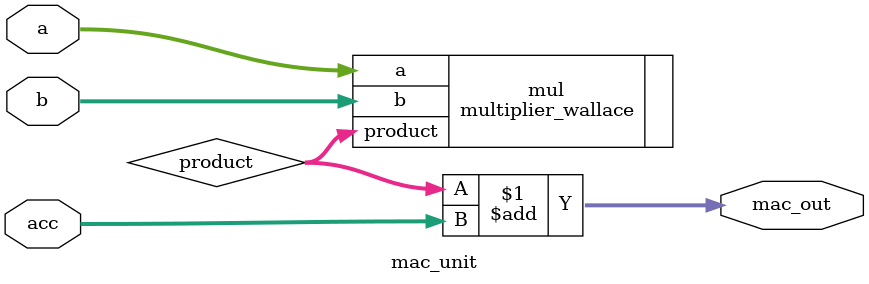
<source format=v>
`timescale 1ns/1ps
module mac_unit (
    input  [7:0]  a,
    input  [7:0]  b,
    input  [15:0] acc,
    output [15:0] mac_out
);

    wire [15:0] product;

    // Use your Wallace multiplier
    multiplier_wallace mul (
        .a(a),
        .b(b),
        .product(product)
    );

    assign mac_out = product + acc;

endmodule

// This is intentionally simple — because for now we focus on functional comparison.
// Later we will add CLA adder + pipelining enhancements.
</source>
